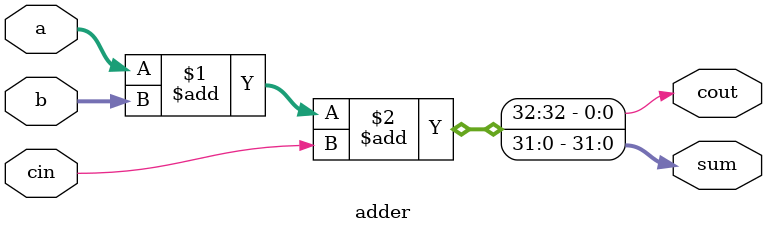
<source format=v>
module adder(cout, sum, a, b, cin);

	input [31:0] a, b;
	input cin;
	output [31:0] sum;
	output cout;

	assign {cout,sum} = a+b+cin;

endmodule

</source>
